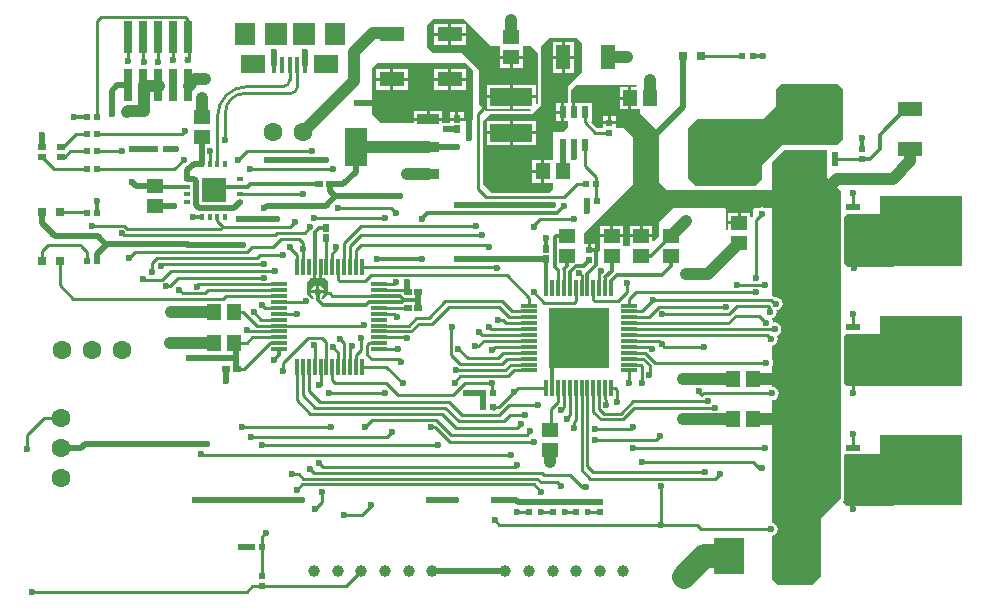
<source format=gtl>
G04 Layer_Physical_Order=1*
G04 Layer_Color=255*
%FSLAX25Y25*%
%MOIN*%
G70*
G01*
G75*
%ADD10C,0.01000*%
%ADD11R,0.02362X0.02165*%
%ADD12R,0.02402X0.05000*%
%ADD13R,0.15394X0.15000*%
%ADD14R,0.04724X0.05512*%
%ADD15R,0.05512X0.04724*%
%ADD16R,0.27559X0.23622*%
%ADD17R,0.02441X0.02598*%
%ADD18R,0.02598X0.02441*%
%ADD19R,0.08465X0.05000*%
%ADD20R,0.07283X0.03543*%
%ADD21R,0.07283X0.12598*%
%ADD22R,0.14173X0.05905*%
%ADD23R,0.05000X0.08465*%
%ADD24R,0.01575X0.05315*%
%ADD25R,0.01575X0.05335*%
%ADD26R,0.08268X0.06299*%
%ADD27R,0.07087X0.07480*%
%ADD28R,0.07480X0.07480*%
%ADD29R,0.02165X0.02362*%
%ADD30R,0.02362X0.03937*%
%ADD31R,0.03150X0.02165*%
%ADD32R,0.01968X0.01181*%
%ADD33R,0.01181X0.01968*%
%ADD34R,0.08268X0.08268*%
%ADD35R,0.03150X0.03150*%
%ADD36R,0.01181X0.05709*%
%ADD37R,0.05709X0.01181*%
%ADD38R,0.09842X0.12402*%
%ADD39R,0.20354X0.20354*%
%ADD40R,0.05000X0.02402*%
%ADD41R,0.15000X0.15394*%
%ADD42R,0.03000X0.11000*%
%ADD43C,0.01181*%
%ADD44C,0.03937*%
%ADD45C,0.01968*%
%ADD46C,0.07874*%
%ADD47C,0.06299*%
%ADD48C,0.03937*%
%ADD49C,0.02362*%
%ADD50C,0.01968*%
%ADD51C,0.02756*%
G36*
X597244Y468898D02*
Y459055D01*
X592520Y454331D01*
Y448638D01*
X591248D01*
Y445669D01*
Y442701D01*
X592520D01*
Y440551D01*
X590945Y438976D01*
X587402D01*
Y429740D01*
X584555D01*
Y425984D01*
Y422228D01*
X587402D01*
Y420079D01*
X586221Y418898D01*
X567199Y418898D01*
X564173Y421481D01*
X564173Y442913D01*
X566535Y445276D01*
X580709D01*
X583465Y448032D01*
X583465Y467717D01*
X586221Y470472D01*
X595669Y470472D01*
X597244Y468898D01*
D02*
G37*
G36*
X703268Y410118D02*
X703268Y396339D01*
X701221Y394291D01*
X685669Y394291D01*
X684484Y395477D01*
Y410705D01*
X685512Y411732D01*
X701653Y411732D01*
X703268Y410118D01*
D02*
G37*
G36*
X684252Y453181D02*
X684252Y436614D01*
X682283Y434646D01*
X663779D01*
X657087Y427953D01*
X657087Y423622D01*
X654724Y421260D01*
X635039Y421260D01*
X632677Y423622D01*
Y440551D01*
X635433Y443307D01*
X657480D01*
X661909Y447736D01*
X661909Y453559D01*
X663386Y455035D01*
X682398Y455035D01*
X684252Y453181D01*
D02*
G37*
G36*
X561024Y459842D02*
Y443307D01*
X560532Y442815D01*
X557732D01*
Y442965D01*
X555512D01*
X553291D01*
Y442126D01*
X552303D01*
X551811Y442224D01*
X551319Y442126D01*
X550606D01*
Y442807D01*
X545965D01*
X541323D01*
Y442126D01*
X530315D01*
X527165Y445276D01*
X527165Y460630D01*
X528740Y462205D01*
X558661Y462205D01*
X561024Y459842D01*
D02*
G37*
G36*
X557874Y476772D02*
X560236Y474409D01*
X566929Y467717D01*
X569866D01*
Y464476D01*
X577378D01*
Y467216D01*
X577597Y467717D01*
X580315D01*
X582445Y465587D01*
X582445Y448558D01*
X582209Y448372D01*
X581709Y448597D01*
Y450382D01*
X574122D01*
Y446929D01*
X579825D01*
X580083Y446429D01*
X579988Y446295D01*
X566535D01*
X566145Y446218D01*
X565914Y446063D01*
X565122D01*
X562992Y448193D01*
X562992Y459449D01*
X557087Y465354D01*
X547441Y465354D01*
X545394Y467402D01*
X545394Y474724D01*
X547441Y476772D01*
X557874Y476772D01*
D02*
G37*
G36*
X510417Y390339D02*
X511417D01*
X512644Y389112D01*
Y385085D01*
X511024Y383465D01*
X510346D01*
X510194Y383965D01*
X510628Y384254D01*
X511110Y384976D01*
X511179Y385327D01*
X506931D01*
X507001Y384976D01*
X507483Y384254D01*
X507916Y383965D01*
X507764Y383465D01*
X507236D01*
X507173Y383528D01*
X506691Y384250D01*
X505969Y384732D01*
X505800Y384901D01*
X505512D01*
X505512Y388976D01*
X506693Y390158D01*
Y390339D01*
X507693D01*
Y394193D01*
X508571D01*
Y390339D01*
X509539D01*
Y394193D01*
X510417D01*
Y390339D01*
D02*
G37*
G36*
X702926Y330394D02*
X702926Y316614D01*
X700879Y314567D01*
X685328Y314567D01*
X684224Y315671D01*
X684186Y316208D01*
X684407Y316539D01*
X684484Y316929D01*
Y331322D01*
X684820Y331658D01*
X691059D01*
Y331693D01*
X701627Y331693D01*
X702926Y330394D01*
D02*
G37*
G36*
X703150Y370276D02*
X703150Y356496D01*
X701102Y354449D01*
X685551Y354449D01*
X684484Y355516D01*
Y370980D01*
X685394Y371890D01*
X701535Y371890D01*
X703150Y370276D01*
D02*
G37*
G36*
X615416Y454650D02*
X615149Y454150D01*
X613689D01*
Y450394D01*
Y446638D01*
X616535D01*
Y445276D01*
X622835Y438976D01*
Y422441D01*
X625591Y419685D01*
X660630Y419685D01*
Y429134D01*
X662634Y431138D01*
X664567Y433071D01*
X678740Y433071D01*
X678740Y424016D01*
X683465Y419291D01*
Y410705D01*
Y395477D01*
Y370980D01*
Y355516D01*
Y331322D01*
X683465Y331322D01*
X683465D01*
Y317030D01*
X683446Y316937D01*
X683393Y316858D01*
X677953Y311417D01*
X676772Y310236D01*
X676772Y290945D01*
X674016Y288189D01*
X662598D01*
X660630Y290158D01*
Y304547D01*
X661087Y304638D01*
X661809Y305120D01*
X662291Y305842D01*
X662460Y306693D01*
X662291Y307544D01*
X661809Y308265D01*
X661087Y308748D01*
X660630Y308838D01*
Y349745D01*
X661481Y349914D01*
X662202Y350396D01*
X662684Y351117D01*
X662854Y351969D01*
X662684Y352819D01*
X662202Y353541D01*
X661481Y354023D01*
X660630Y354192D01*
Y361225D01*
X660716Y361354D01*
X660885Y362205D01*
X660716Y363056D01*
X660630Y363184D01*
Y367933D01*
X661087Y368024D01*
X661809Y368506D01*
X662291Y369228D01*
X662460Y370079D01*
X662303Y370868D01*
X662297Y370949D01*
X662496Y371523D01*
X662990Y371853D01*
X663472Y372574D01*
X663641Y373425D01*
X663472Y374276D01*
X662990Y374998D01*
X662268Y375480D01*
X661417Y375649D01*
X660925Y375551D01*
X660885Y375591D01*
X660716Y376442D01*
X660630Y376570D01*
Y377067D01*
X660694Y377079D01*
X661415Y377561D01*
X661897Y378283D01*
X662066Y379134D01*
X661955Y379695D01*
X662662Y379835D01*
X663383Y380317D01*
X663866Y381039D01*
X664035Y381890D01*
X663866Y382741D01*
X663383Y383462D01*
X662662Y383944D01*
X661811Y384114D01*
X661432Y384038D01*
X661318Y384152D01*
X660821Y384484D01*
X660630Y384522D01*
Y413779D01*
X658066D01*
X657938Y413866D01*
X657087Y414035D01*
X656236Y413866D01*
X656107Y413779D01*
X654724D01*
X654331Y413386D01*
Y411218D01*
X654037Y410924D01*
X653862Y410663D01*
X653362Y410815D01*
Y412220D01*
X650106D01*
Y408858D01*
X649606D01*
Y408358D01*
X645850D01*
Y406584D01*
X645374Y406373D01*
X645079Y406606D01*
Y413386D01*
X644685Y413779D01*
X627559Y413779D01*
X622835Y409055D01*
Y404331D01*
X621147Y402643D01*
X620685Y402834D01*
Y404028D01*
X616929D01*
X613173D01*
Y401181D01*
X610843D01*
Y404028D01*
X607087D01*
X603331D01*
Y401165D01*
Y399787D01*
X602151Y398608D01*
X601689Y398799D01*
Y399205D01*
X599606D01*
Y399705D01*
X599106D01*
Y401886D01*
X597835D01*
Y405315D01*
X614173Y421654D01*
Y437402D01*
X611024Y440551D01*
X608382D01*
Y441724D01*
X606299D01*
X604217D01*
Y440551D01*
X602163D01*
X600293Y442421D01*
X600410Y442701D01*
X600410D01*
Y448638D01*
X594988D01*
Y445669D01*
X593988D01*
Y448638D01*
X593539D01*
Y452988D01*
X595276Y454724D01*
X615366D01*
X615416Y454650D01*
D02*
G37*
%LPC*%
G36*
X573122Y442835D02*
X565535D01*
Y439382D01*
X573122D01*
Y442835D01*
D02*
G37*
G36*
Y438382D02*
X565535D01*
Y434929D01*
X573122D01*
Y438382D01*
D02*
G37*
G36*
X581709D02*
X574122D01*
Y434929D01*
X581709D01*
Y438382D01*
D02*
G37*
G36*
Y442835D02*
X574122D01*
Y439382D01*
X581709D01*
Y442835D01*
D02*
G37*
G36*
X590248Y445169D02*
X588567D01*
Y442701D01*
X590248D01*
Y445169D01*
D02*
G37*
G36*
X583555Y425484D02*
X580693D01*
Y422228D01*
X583555D01*
Y425484D01*
D02*
G37*
G36*
Y429740D02*
X580693D01*
Y426484D01*
X583555D01*
Y429740D01*
D02*
G37*
G36*
X590445Y463567D02*
X587445D01*
Y458835D01*
X590445D01*
Y463567D01*
D02*
G37*
G36*
X594445D02*
X591445D01*
Y458835D01*
X594445D01*
Y463567D01*
D02*
G37*
G36*
X590445Y469299D02*
X587445D01*
Y464567D01*
X590445D01*
Y469299D01*
D02*
G37*
G36*
X594445D02*
X591445D01*
Y464567D01*
X594445D01*
Y469299D01*
D02*
G37*
G36*
X590248Y448638D02*
X588567D01*
Y446169D01*
X590248D01*
Y448638D01*
D02*
G37*
G36*
X545465Y446079D02*
X541323D01*
Y443807D01*
X545465D01*
Y446079D01*
D02*
G37*
G36*
X550606D02*
X546465D01*
Y443807D01*
X550606D01*
Y446079D01*
D02*
G37*
G36*
X539090Y460193D02*
X534358D01*
Y457193D01*
X539090D01*
Y460193D01*
D02*
G37*
G36*
X552650D02*
X547917D01*
Y457193D01*
X552650D01*
Y460193D01*
D02*
G37*
G36*
X558382D02*
X553650D01*
Y457193D01*
X558382D01*
Y460193D01*
D02*
G37*
G36*
X555012Y445764D02*
X553291D01*
Y443964D01*
X555012D01*
Y445764D01*
D02*
G37*
G36*
X557732D02*
X556012D01*
Y443964D01*
X557732D01*
Y445764D01*
D02*
G37*
G36*
X552650Y456193D02*
X547917D01*
Y453193D01*
X552650D01*
Y456193D01*
D02*
G37*
G36*
X558382D02*
X553650D01*
Y453193D01*
X558382D01*
Y456193D01*
D02*
G37*
G36*
X533358Y460193D02*
X528626D01*
Y457193D01*
X533358D01*
Y460193D01*
D02*
G37*
G36*
Y456193D02*
X528626D01*
Y453193D01*
X533358D01*
Y456193D01*
D02*
G37*
G36*
X539090D02*
X534358D01*
Y453193D01*
X539090D01*
Y456193D01*
D02*
G37*
G36*
X573122Y463476D02*
X569866D01*
Y460614D01*
X573122D01*
Y463476D01*
D02*
G37*
G36*
X577378D02*
X574122D01*
Y460614D01*
X577378D01*
Y463476D01*
D02*
G37*
G36*
X558382Y471153D02*
X553650D01*
Y468153D01*
X558382D01*
Y471153D01*
D02*
G37*
G36*
X552650Y475153D02*
X547917D01*
Y472154D01*
X552650D01*
Y475153D01*
D02*
G37*
G36*
X558382D02*
X553650D01*
Y472154D01*
X558382D01*
Y475153D01*
D02*
G37*
G36*
X552650Y471153D02*
X547917D01*
Y468153D01*
X552650D01*
Y471153D01*
D02*
G37*
G36*
X573122Y450382D02*
X565535D01*
Y446929D01*
X573122D01*
Y450382D01*
D02*
G37*
G36*
Y454835D02*
X565535D01*
Y451382D01*
X573122D01*
Y454835D01*
D02*
G37*
G36*
X581709D02*
X574122D01*
Y451382D01*
X581709D01*
Y454835D01*
D02*
G37*
G36*
X509555Y387951D02*
Y386327D01*
X511179D01*
X511110Y386678D01*
X510628Y387399D01*
X509906Y387881D01*
X509555Y387951D01*
D02*
G37*
G36*
X508555D02*
X508204Y387881D01*
X507483Y387399D01*
X507001Y386678D01*
X506931Y386327D01*
X508555D01*
Y387951D01*
D02*
G37*
G36*
X605799Y444406D02*
X604217D01*
Y442724D01*
X605799D01*
Y444406D01*
D02*
G37*
G36*
X608382D02*
X606799D01*
Y442724D01*
X608382D01*
Y444406D01*
D02*
G37*
G36*
X616429Y407890D02*
X613173D01*
Y405028D01*
X616429D01*
Y407890D01*
D02*
G37*
G36*
X610843D02*
X607587D01*
Y405028D01*
X610843D01*
Y407890D01*
D02*
G37*
G36*
X606587D02*
X603331D01*
Y405028D01*
X606587D01*
Y407890D01*
D02*
G37*
G36*
X601689Y401886D02*
X600106D01*
Y400205D01*
X601689D01*
Y401886D01*
D02*
G37*
G36*
X620685Y407890D02*
X617429D01*
Y405028D01*
X620685D01*
Y407890D01*
D02*
G37*
G36*
X649106Y412220D02*
X645850D01*
Y409358D01*
X649106D01*
Y412220D01*
D02*
G37*
G36*
X612689Y449894D02*
X609827D01*
Y446638D01*
X612689D01*
Y449894D01*
D02*
G37*
G36*
Y454150D02*
X609827D01*
Y450894D01*
X612689D01*
Y454150D01*
D02*
G37*
%LPD*%
D10*
X484646Y451968D02*
G03*
X478346Y445669I0J-6299D01*
G01*
X500000Y451968D02*
G03*
X502362Y454331I0J2362D01*
G01*
X485689Y454331D02*
G03*
X475689Y444331I0J-10000D01*
G01*
X497638Y454331D02*
G03*
X499803Y456496I0J2165D01*
G01*
X473130Y428543D02*
G03*
X473228Y428642I0J98D01*
G01*
X489764Y398031D02*
X497638D01*
X478346Y436614D02*
Y445669D01*
X484646Y451968D02*
X500000D01*
X475689Y428543D02*
Y444331D01*
X485689Y454331D02*
X497638D01*
X654331Y329134D02*
X656693Y326772D01*
X637038Y351575D02*
X637432Y351969D01*
X622717Y369488D02*
X624646Y367559D01*
X635770Y352843D02*
X637038Y351575D01*
X637432Y351969D02*
X660630D01*
X660236Y383071D02*
X661811Y381496D01*
Y381890D01*
X686457Y374173D02*
X687402Y375118D01*
X620039Y367520D02*
X620748Y366811D01*
X659842Y379134D02*
Y380315D01*
X659055Y381102D02*
X659842Y380315D01*
X656299Y377953D02*
X658661Y375590D01*
X648425Y377953D02*
X656299D01*
X620827Y383071D02*
X660236D01*
X648819Y388189D02*
X658268D01*
X648819Y388189D02*
X648819Y388189D01*
X655118Y390551D02*
Y409842D01*
X657087Y411811D01*
X615197Y385827D02*
X655118D01*
X466142Y464173D02*
Y470866D01*
X464961Y462992D02*
X466142Y464173D01*
X466024Y470709D02*
Y476496D01*
X464961Y477559D02*
X466024Y476496D01*
X437008Y477559D02*
X464961D01*
X435532Y476083D02*
X437008Y477559D01*
X435532Y444095D02*
Y476083D01*
X556693Y361811D02*
X570472D01*
X553543Y364961D02*
X556693Y361811D01*
X553543Y364961D02*
Y373622D01*
X553937Y374016D01*
X648819Y381102D02*
X659055D01*
X646063Y378346D02*
X648819Y381102D01*
X570472Y361811D02*
X572244Y363583D01*
X573228Y344882D02*
X578346D01*
X571063Y342717D02*
X573228Y344882D01*
X556102Y342717D02*
X571063D01*
X575591Y340551D02*
X576772Y341732D01*
X555118Y340551D02*
X575591D01*
X550394Y345276D02*
X555118Y340551D01*
X551575Y347244D02*
X556102Y342717D01*
X578740Y338189D02*
X579921Y339370D01*
X553543Y338189D02*
X578740D01*
X548661Y343071D02*
X553543Y338189D01*
X567323Y351969D02*
Y355512D01*
X554331Y351575D02*
X558268Y355512D01*
X535827Y351575D02*
X554331D01*
X531890Y355512D02*
X535827Y351575D01*
X536221Y363386D02*
X537008Y362598D01*
X527165Y363386D02*
X536221D01*
X525591Y364961D02*
X527165Y363386D01*
X525591Y368110D02*
X526181Y368701D01*
X525591Y364961D02*
Y368110D01*
X523622Y366535D02*
Y370472D01*
X521850Y364764D02*
X523622Y366535D01*
X570669Y382677D02*
X574016Y379331D01*
X551575Y382677D02*
X570669D01*
X546063Y377165D02*
X551575Y382677D01*
X569488Y380709D02*
X572835Y377362D01*
X552756Y380709D02*
X569488D01*
X547276Y375229D02*
X552756Y380709D01*
X542945Y375229D02*
X547276D01*
X513976Y384449D02*
X529626D01*
X513098Y385327D02*
X513976Y384449D01*
X511179Y385327D02*
X513098D01*
X529626Y380512D02*
X539213D01*
X568898Y394193D02*
X569390Y393701D01*
X569567Y347520D02*
X575886Y353839D01*
X567421Y346850D02*
X568091Y347520D01*
X450787Y389764D02*
X457087D01*
X515354Y400000D02*
Y400787D01*
X513976Y398622D02*
X515354Y400000D01*
X457677Y395276D02*
X491339D01*
X456890Y394488D02*
X457677Y395276D01*
X455512Y397244D02*
X488976D01*
X453898Y395630D02*
X455512Y397244D01*
X494882Y404724D02*
X495669Y405512D01*
X444488Y404724D02*
X494882D01*
X443701Y405512D02*
X444488Y404724D01*
X476659Y406693D02*
X477447Y407480D01*
X445650Y406693D02*
X476659D01*
X444469Y407874D02*
X445650Y406693D01*
X504724Y405512D02*
X506693Y407480D01*
X495669Y405512D02*
X504724D01*
X477447Y407480D02*
X477503Y407536D01*
X475689Y409350D02*
X477503Y407536D01*
X475689Y409350D02*
Y410827D01*
X499836Y407480D02*
X501575Y409219D01*
X477447Y407480D02*
X499836D01*
X482677Y429921D02*
X485433Y432677D01*
X507087D01*
X533465Y413779D02*
X535039Y412205D01*
X515748Y413779D02*
X533465D01*
X507874Y410630D02*
X531496D01*
X534449Y378543D02*
X535433Y377559D01*
X529626Y378543D02*
X534449D01*
Y388386D02*
X535039Y388976D01*
X529626Y388386D02*
X534449D01*
X513976Y394193D02*
Y398622D01*
X417323Y430709D02*
X421260Y426772D01*
X432185D01*
X430315Y401181D02*
X432283Y399213D01*
X430315Y401181D02*
Y401575D01*
X419291D02*
X430315D01*
X431988Y412402D02*
X432185Y412205D01*
X423032Y412402D02*
X431988D01*
X524803Y389370D02*
X526772Y391339D01*
X572047D01*
X516535Y389370D02*
X524803D01*
X515945Y389961D02*
X516535Y389370D01*
X485520Y368898D02*
X487291Y370669D01*
X481299Y368898D02*
X485520D01*
X523819Y394193D02*
X568405D01*
X493110Y368701D02*
X496358D01*
X484646Y360236D02*
X493110Y368701D01*
X482047Y360236D02*
X484646D01*
X529626Y386417D02*
X538976D01*
X572047Y391339D02*
X579429Y383957D01*
X681410Y430035D02*
X690732D01*
X690846Y429921D01*
X637008Y306693D02*
X660236D01*
X564173Y446846D02*
Y448819D01*
X562598Y445272D02*
X564173Y446846D01*
X562598Y420079D02*
Y445272D01*
X591339Y417323D02*
X595669Y421654D01*
X565354Y417323D02*
X591339D01*
X562598Y420079D02*
X565354Y417323D01*
X595669Y421654D02*
X598622D01*
X598228Y427756D02*
X601968Y424016D01*
Y421654D02*
Y424016D01*
Y416240D02*
X602067Y416142D01*
X601968Y416240D02*
Y421654D01*
X687559Y414055D02*
Y418898D01*
X462992Y386614D02*
X464173Y385433D01*
X471654D01*
X472638Y386417D01*
X496358D01*
X477658Y383465D02*
X478642Y384449D01*
X427559Y383465D02*
X477658D01*
X423032Y387992D02*
X427559Y383465D01*
X504134Y394193D02*
Y400197D01*
X500000Y400394D02*
Y400787D01*
Y400394D02*
X502165Y398228D01*
X453898Y392520D02*
Y395630D01*
X459842Y387795D02*
X462598Y390551D01*
X458661Y387795D02*
X459842D01*
X457087Y389764D02*
X460236Y392913D01*
X450787Y389764D02*
Y390158D01*
X521850Y360925D02*
Y364764D01*
X514173Y367323D02*
X515945Y365551D01*
Y360925D02*
Y365551D01*
X526181Y368701D02*
X529626D01*
X478642Y384449D02*
X496358D01*
X468898Y387598D02*
Y388189D01*
X469095Y388386D01*
X502165Y394193D02*
Y398228D01*
X527047Y343071D02*
X548661D01*
X524882Y340905D02*
X527047Y343071D01*
X490551Y334646D02*
X549213D01*
X490551Y381496D02*
X491535Y380512D01*
X496358D01*
X470472Y331496D02*
X573622D01*
X470079Y331890D02*
X470472Y331496D01*
X469095Y388386D02*
X496358D01*
X532283Y337402D02*
X533858Y338976D01*
X487008Y337402D02*
X532283D01*
X483858Y340945D02*
X513386D01*
X486024Y372638D02*
X496358D01*
X485433Y373228D02*
X486024Y372638D01*
X487795Y379134D02*
X490354Y376575D01*
X496358D01*
X488779Y374606D02*
X496358D01*
X484252Y379134D02*
X488779Y374606D01*
X481299Y379134D02*
X484252D01*
X512008Y394193D02*
Y403780D01*
X513976Y356496D02*
Y360925D01*
Y356496D02*
X514961Y355512D01*
X423032Y387992D02*
Y396063D01*
X483268Y418405D02*
X504232D01*
X579429Y381299D02*
Y383957D01*
X515945Y389961D02*
Y394193D01*
X509842Y349213D02*
X552756D01*
X506102Y352953D02*
X509842Y349213D01*
X506102Y352953D02*
Y360925D01*
X508268Y347244D02*
X551575D01*
X504134Y351378D02*
X508268Y347244D01*
X504134Y351378D02*
Y360925D01*
X506693Y345276D02*
X550394D01*
X502165Y349803D02*
X506693Y345276D01*
X502165Y349803D02*
Y360925D01*
X552756Y349213D02*
X557087Y344882D01*
X591142Y347441D02*
Y353839D01*
X590158Y346457D02*
X591142Y347441D01*
X572835Y348031D02*
X582677D01*
X569685Y344882D02*
X572835Y348031D01*
X557087Y344882D02*
X569685D01*
X595079Y343110D02*
Y353839D01*
X594488Y342520D02*
X595079Y343110D01*
X594488Y340551D02*
Y342520D01*
X593110Y344685D02*
Y353839D01*
X575886D02*
X585236D01*
X568091Y347520D02*
X569567D01*
X586811Y346850D02*
X589173Y349213D01*
Y353839D01*
X572638Y357874D02*
X574409Y359646D01*
X614528Y346969D02*
X641535D01*
X610866Y343307D02*
X614528Y346969D01*
X603504Y343307D02*
X610866D01*
X600984Y345827D02*
X603504Y343307D01*
X600984Y345827D02*
Y353839D01*
X620433Y366811D02*
X620748D01*
X624646Y367559D02*
X637835D01*
X612697Y369488D02*
X622717D01*
X617087Y379331D02*
X620827Y383071D01*
X612697Y379331D02*
X617087D01*
X612697Y383327D02*
X615197Y385827D01*
X612697Y381299D02*
Y383327D01*
X612047Y385669D02*
Y388937D01*
X609055Y382677D02*
X612047Y385669D01*
X601575Y382677D02*
X609055D01*
X612697Y365551D02*
X618307D01*
X621654Y362205D01*
X641575Y323622D02*
X643071Y325118D01*
X599921Y323622D02*
X641575D01*
X597047Y326496D02*
X599921Y323622D01*
X597047Y326496D02*
Y353839D01*
X600748Y325945D02*
X638307D01*
X599016Y327677D02*
Y353839D01*
Y327677D02*
X600748Y325945D01*
X617283Y329055D02*
X654252D01*
X654331Y329134D01*
X602953Y346850D02*
X604528Y345276D01*
X614331Y349370D02*
X639173D01*
X610236Y345276D02*
X614331Y349370D01*
X604528Y345276D02*
X610236D01*
X602953Y346850D02*
Y353839D01*
X608209D02*
X608779Y353268D01*
Y348976D02*
Y353268D01*
X606890Y353839D02*
X608209D01*
X604921Y350079D02*
Y353839D01*
Y350079D02*
X605315Y349685D01*
Y348194D02*
Y349685D01*
X612697Y367520D02*
X620039D01*
X619803Y358386D02*
Y361339D01*
X619567Y358150D02*
X619803Y358386D01*
X617559Y363583D02*
X619803Y361339D01*
X616732Y361614D02*
X617283Y361063D01*
Y355315D02*
Y361063D01*
X612697Y363583D02*
X617559D01*
X621654Y362205D02*
X658661D01*
X656693Y326772D02*
X657087Y327165D01*
X624016Y378346D02*
X646063D01*
X623622Y308268D02*
X635433D01*
X637008Y306693D01*
X614173Y333858D02*
X658268D01*
X600984Y383268D02*
X601575Y382677D01*
X602953Y392323D02*
X603543Y392913D01*
X602953Y387106D02*
Y392323D01*
X604921Y387106D02*
Y390748D01*
X583071Y410236D02*
X594488D01*
X581102Y408268D02*
X583071Y410236D01*
X581102Y407480D02*
Y408268D01*
X584646Y382283D02*
X594488D01*
X595079Y382874D01*
X581102Y385827D02*
X584646Y382283D01*
X426673Y432677D02*
X432185D01*
X424705Y430709D02*
X426673Y432677D01*
X428642Y438583D02*
X432185D01*
X424311Y434252D02*
X428642Y438583D01*
X598228Y442323D02*
X601673Y438878D01*
X606299D01*
X598228Y442323D02*
Y445669D01*
X521850Y394193D02*
Y399803D01*
X523622Y401575D01*
X519882Y394193D02*
Y400984D01*
X517913Y394193D02*
Y402165D01*
X598228Y427756D02*
Y434842D01*
X636811Y464567D02*
X650689D01*
X650689Y464567D01*
X417126Y396063D02*
Y399410D01*
X419291Y401575D01*
X454724Y421063D02*
X454823Y420965D01*
X470472Y437598D02*
X470571Y437500D01*
X487291Y370669D02*
X496358D01*
X523622Y401575D02*
X565354D01*
X566142Y400787D01*
X499803Y456496D02*
Y461417D01*
X502362Y454331D02*
Y461417D01*
X473228Y428642D02*
Y432677D01*
X589173Y387106D02*
Y393134D01*
X591142Y387106D02*
Y393504D01*
X597047Y387106D02*
Y391535D01*
X574409Y359646D02*
X579429D01*
X573425Y361614D02*
X579429D01*
X572244Y363583D02*
X579429D01*
X571654Y359842D02*
X573425Y361614D01*
X570866Y365551D02*
X579429D01*
X569095Y363779D02*
X570866Y365551D01*
X574016Y379331D02*
X579429D01*
X572835Y377362D02*
X579429D01*
X571850Y375394D02*
X579429D01*
X570866Y376378D02*
X571850Y375394D01*
X566732Y373425D02*
X579429D01*
X566142Y374016D02*
X566732Y373425D01*
X563976Y371457D02*
X579429D01*
X569291Y376378D02*
X570866D01*
X568405Y394193D02*
X568898Y393701D01*
X569390D01*
X567323Y366535D02*
X568307Y367520D01*
X579429D01*
X686457Y374173D02*
X687559D01*
X612697Y373425D02*
X661417D01*
X687559Y394398D02*
Y399055D01*
Y394398D02*
X687795Y394161D01*
Y393734D02*
Y394161D01*
X612697Y355610D02*
Y359646D01*
X595079Y382874D02*
Y387106D01*
X600984Y383268D02*
Y387106D01*
X612697Y371457D02*
X658858D01*
X660236Y370079D01*
X687402Y351969D02*
Y359016D01*
X687559Y359173D01*
X612697Y361614D02*
X616732D01*
X686102Y328858D02*
X687559D01*
X687402Y375118D02*
Y378346D01*
X687559Y333858D02*
Y338583D01*
X612697Y375394D02*
X645866D01*
X648425Y377953D01*
X612697Y377362D02*
X619488D01*
X622835Y380709D01*
X645114D01*
X687402Y314173D02*
X687559Y314331D01*
Y318858D01*
X687402Y313386D02*
Y314173D01*
X592126Y343701D02*
X593110Y344685D01*
X592126Y343307D02*
Y343701D01*
X599311Y312500D02*
X603150D01*
X591437D02*
X595276D01*
X583563D02*
X587402D01*
X575689D02*
X579528D01*
X588976Y322441D02*
X590158Y321260D01*
X597244Y320866D02*
X598425D01*
X593307Y324803D02*
X597244Y320866D01*
X500394Y325197D02*
X502756D01*
X496358Y378543D02*
X502165D01*
X502362Y378346D01*
X496358Y382480D02*
X504921D01*
X505118Y382677D01*
X508071Y360925D02*
Y367913D01*
X507874Y368110D02*
X508071Y367913D01*
X510039Y354921D02*
Y360925D01*
X518405Y287697D02*
X523622Y292913D01*
X490551Y287697D02*
X518405D01*
X490551Y291043D02*
Y300787D01*
X509449Y354724D02*
X510039Y354921D01*
X509449Y328740D02*
X511024Y327559D01*
X575000D02*
X575689Y328248D01*
X511024Y327559D02*
X575000D01*
X502756Y325197D02*
X504331Y323622D01*
X583465Y322441D02*
X588976D01*
X504331Y323622D02*
X582283D01*
X583465Y322441D01*
X584646Y324803D02*
X593307D01*
X583858Y325590D02*
X584646Y324803D01*
X507874Y325590D02*
X583858D01*
X506693Y326772D02*
X507874Y325590D01*
X502165Y319882D02*
X503937Y321654D01*
X581102D01*
X583563Y319193D01*
X508268Y313386D02*
X510630Y315748D01*
Y319291D01*
X435532Y426772D02*
X461221D01*
X464370Y429921D01*
X435532Y432677D02*
X443701D01*
X435532Y432677D02*
X435532Y432677D01*
X435532Y438583D02*
X463780D01*
X464764Y439567D01*
X486614Y426772D02*
X514173D01*
X490551Y300787D02*
Y304331D01*
X491732Y305512D01*
X512008Y360925D02*
Y369094D01*
X497638Y362205D02*
X505905Y370472D01*
X510630D01*
X512008Y369094D01*
X413779Y285827D02*
X485433D01*
X487303Y287697D01*
X490551D01*
X517913Y360925D02*
Y368701D01*
X516535Y370079D02*
X517913Y368701D01*
X519882Y360925D02*
Y367126D01*
X520472Y367717D01*
X496358Y374606D02*
X524213D01*
X524409Y374803D01*
X497638Y359449D02*
Y362205D01*
X523819Y360925D02*
X531988D01*
X537402Y355512D01*
X517717Y311417D02*
X524016D01*
X526968Y314370D01*
Y314961D01*
X517913Y402165D02*
X523622Y407874D01*
X561811D01*
X519882Y400984D02*
X523622Y404724D01*
X563779D01*
X562992Y372441D02*
X563976Y371457D01*
X564370Y369488D02*
X579429D01*
X562598Y367717D02*
X564370Y369488D01*
X561417Y367717D02*
X562598D01*
X539370Y374606D02*
X541929Y377165D01*
X546063D01*
X529626Y374606D02*
X539370D01*
X529626Y372638D02*
X540354D01*
X542945Y375229D01*
X512992Y351969D02*
X531496D01*
X514961Y355512D02*
X531890D01*
X558268D02*
X567323D01*
X554724D02*
Y355906D01*
X556693Y357874D01*
X572638D01*
X538779Y370669D02*
X538976Y370472D01*
X529626Y370669D02*
X538779D01*
X555905Y366929D02*
X559055Y363779D01*
X569095D01*
X555118Y359842D02*
X571654D01*
X529626Y366732D02*
X535630D01*
X535827Y366929D01*
X546811Y340748D02*
X548228D01*
X553150Y335827D01*
X581102D01*
X568110Y309842D02*
X569685Y308268D01*
X623622D01*
Y321260D01*
X622008Y336614D02*
X623110Y337717D01*
X613819Y340236D02*
X614291Y340709D01*
X601575Y340236D02*
X613819D01*
X601457Y336614D02*
X622008D01*
X635770Y352843D02*
X636221D01*
X460236Y392913D02*
X494882D01*
X462598Y390551D02*
X491339D01*
X432283Y396063D02*
Y399213D01*
X433858Y407874D02*
X444469D01*
X488976Y397244D02*
X489764Y398031D01*
X504134Y400197D02*
Y402165D01*
X502756Y403543D02*
X504134Y402165D01*
X496850Y403543D02*
X502756D01*
X494095Y400787D02*
X496850Y403543D01*
X487201Y400787D02*
X494095D01*
X485626Y399213D02*
X487201Y400787D01*
X448181Y399213D02*
X485626D01*
X446127Y397158D02*
X448181Y399213D01*
X464961Y462992D02*
X465748D01*
X461024D02*
Y470709D01*
X455866Y462598D02*
Y470551D01*
X456024Y470709D01*
X451024Y462756D02*
Y470709D01*
Y462756D02*
X451181Y462598D01*
X446024Y462638D02*
Y470709D01*
X417717Y343701D02*
X423622D01*
X412205Y333465D02*
Y338189D01*
X417717Y343701D01*
X586811Y339961D02*
Y346850D01*
D11*
X455020Y433465D02*
D03*
X458366D02*
D03*
X435532Y432677D02*
D03*
X432185D02*
D03*
X435532Y426772D02*
D03*
X432185D02*
D03*
X598622Y421654D02*
D03*
X601968D02*
D03*
X564075Y351969D02*
D03*
X567421D02*
D03*
X564075Y347441D02*
D03*
X567421D02*
D03*
X435532Y438583D02*
D03*
X432185D02*
D03*
X435532Y412205D02*
D03*
X432185D02*
D03*
X435532Y444095D02*
D03*
X432185D02*
D03*
X654035Y464567D02*
D03*
X650689D02*
D03*
X435532Y396063D02*
D03*
X432185D02*
D03*
X602067Y416142D02*
D03*
X598721D02*
D03*
X490551Y300787D02*
D03*
X487205D02*
D03*
D12*
X666409Y430035D02*
D03*
X681410D02*
D03*
X671410D02*
D03*
X676409D02*
D03*
X666409Y451059D02*
D03*
X681410D02*
D03*
X671410D02*
D03*
X676409D02*
D03*
D13*
X673910Y443035D02*
D03*
D14*
X647598Y356929D02*
D03*
X654291D02*
D03*
X474606Y379134D02*
D03*
X481299D02*
D03*
X584055Y425984D02*
D03*
X590748D02*
D03*
X619882Y450394D02*
D03*
X613189D02*
D03*
X474606Y368898D02*
D03*
X481299D02*
D03*
X647598Y343386D02*
D03*
X654291D02*
D03*
D15*
X616929Y397835D02*
D03*
Y404528D02*
D03*
X586614Y333268D02*
D03*
Y339961D02*
D03*
X626772Y404528D02*
D03*
Y397835D02*
D03*
X607087Y397835D02*
D03*
Y404528D02*
D03*
X573622Y470669D02*
D03*
Y463976D02*
D03*
X454724Y414370D02*
D03*
Y421063D02*
D03*
X470472Y444291D02*
D03*
Y437598D02*
D03*
X592126Y397835D02*
D03*
Y404528D02*
D03*
X649606Y402165D02*
D03*
Y408858D02*
D03*
D16*
X710236Y406055D02*
D03*
Y326378D02*
D03*
Y366173D02*
D03*
D17*
X512008Y407244D02*
D03*
Y403780D02*
D03*
X555512Y443465D02*
D03*
Y440000D02*
D03*
X585039Y396693D02*
D03*
Y400157D02*
D03*
D18*
X542677Y380315D02*
D03*
X539213D02*
D03*
X482047Y360236D02*
D03*
X478583D02*
D03*
X513150Y421654D02*
D03*
X509685D02*
D03*
X539213Y385827D02*
D03*
X542677D02*
D03*
D19*
X533858Y471654D02*
D03*
Y456693D02*
D03*
X553150Y471654D02*
D03*
Y456693D02*
D03*
X706693Y446713D02*
D03*
Y433602D02*
D03*
D20*
X545965Y425197D02*
D03*
Y434252D02*
D03*
Y443307D02*
D03*
D21*
X521752Y434252D02*
D03*
D22*
X573622Y438882D02*
D03*
Y450882D02*
D03*
D23*
X605905Y464067D02*
D03*
X590945D02*
D03*
D24*
X504921Y461417D02*
D03*
X499803D02*
D03*
X494685D02*
D03*
X497244D02*
D03*
D25*
X502362D02*
D03*
D26*
X512008Y461909D02*
D03*
X487598Y461909D02*
D03*
D27*
X514764Y471949D02*
D03*
X484842Y471949D02*
D03*
D28*
X504528Y471949D02*
D03*
X495079D02*
D03*
D29*
X606299Y442224D02*
D03*
Y438878D02*
D03*
X595276Y315846D02*
D03*
Y312500D02*
D03*
X587402Y315846D02*
D03*
Y312500D02*
D03*
X579528Y315846D02*
D03*
Y312500D02*
D03*
X603150Y315846D02*
D03*
Y312500D02*
D03*
X490551Y287697D02*
D03*
Y291043D02*
D03*
X599606Y399705D02*
D03*
Y396358D02*
D03*
X690551Y433563D02*
D03*
Y430217D02*
D03*
D30*
X590748Y445669D02*
D03*
X594488D02*
D03*
X598228D02*
D03*
Y434842D02*
D03*
X594488D02*
D03*
X590748D02*
D03*
D31*
X417323Y434252D02*
D03*
X423622D02*
D03*
X417323Y430709D02*
D03*
X423622D02*
D03*
D32*
X483268Y415846D02*
D03*
Y418405D02*
D03*
Y420965D02*
D03*
Y423524D02*
D03*
X465551D02*
D03*
Y420965D02*
D03*
Y418405D02*
D03*
Y415846D02*
D03*
D33*
X478248Y428543D02*
D03*
X475689D02*
D03*
X473130D02*
D03*
X470571D02*
D03*
Y410827D02*
D03*
X473130D02*
D03*
X475689D02*
D03*
X478248D02*
D03*
D34*
X474409Y419685D02*
D03*
D35*
X423032Y412402D02*
D03*
X417126D02*
D03*
X636811Y464567D02*
D03*
X630905D02*
D03*
X423032Y396063D02*
D03*
X417126D02*
D03*
D36*
X502165Y394193D02*
D03*
X504134D02*
D03*
X506102D02*
D03*
X508071D02*
D03*
X510039D02*
D03*
X512008D02*
D03*
X513976D02*
D03*
X515945D02*
D03*
X517913D02*
D03*
X519882D02*
D03*
X521850D02*
D03*
X523819D02*
D03*
Y360925D02*
D03*
X521850D02*
D03*
X519882D02*
D03*
X517913D02*
D03*
X515945D02*
D03*
X513976D02*
D03*
X512008D02*
D03*
X510039D02*
D03*
X508071D02*
D03*
X506102D02*
D03*
X504134D02*
D03*
X502165D02*
D03*
X585236Y353839D02*
D03*
X587205D02*
D03*
X589173D02*
D03*
X591142D02*
D03*
X593110D02*
D03*
X595079D02*
D03*
X597047D02*
D03*
X599016D02*
D03*
X600984D02*
D03*
X602953D02*
D03*
X604921D02*
D03*
X606890D02*
D03*
Y387106D02*
D03*
X604921D02*
D03*
X602953D02*
D03*
X600984D02*
D03*
X599016D02*
D03*
X597047D02*
D03*
X595079D02*
D03*
X593110D02*
D03*
X591142D02*
D03*
X589173D02*
D03*
X587205D02*
D03*
X585236D02*
D03*
D37*
X529626Y388386D02*
D03*
Y386417D02*
D03*
Y384449D02*
D03*
Y382480D02*
D03*
Y380512D02*
D03*
Y378543D02*
D03*
Y376575D02*
D03*
Y374606D02*
D03*
Y372638D02*
D03*
Y370669D02*
D03*
Y368701D02*
D03*
Y366732D02*
D03*
X496358D02*
D03*
Y368701D02*
D03*
Y370669D02*
D03*
Y372638D02*
D03*
Y374606D02*
D03*
Y376575D02*
D03*
Y378543D02*
D03*
Y380512D02*
D03*
Y382480D02*
D03*
Y384449D02*
D03*
Y386417D02*
D03*
Y388386D02*
D03*
X579429Y381299D02*
D03*
Y379331D02*
D03*
Y377362D02*
D03*
Y375394D02*
D03*
Y373425D02*
D03*
Y371457D02*
D03*
Y369488D02*
D03*
Y367520D02*
D03*
Y365551D02*
D03*
Y363583D02*
D03*
Y361614D02*
D03*
Y359646D02*
D03*
X612697D02*
D03*
Y361614D02*
D03*
Y363583D02*
D03*
Y365551D02*
D03*
Y367520D02*
D03*
Y369488D02*
D03*
Y371457D02*
D03*
Y373425D02*
D03*
Y375394D02*
D03*
Y377362D02*
D03*
Y379331D02*
D03*
Y381299D02*
D03*
D38*
X646063Y297638D02*
D03*
X668110D02*
D03*
D39*
X596063Y370472D02*
D03*
D40*
X687559Y318858D02*
D03*
Y333858D02*
D03*
Y323858D02*
D03*
Y328858D02*
D03*
X666536Y318858D02*
D03*
Y333858D02*
D03*
Y323858D02*
D03*
Y328858D02*
D03*
X687559Y399055D02*
D03*
Y414055D02*
D03*
Y404055D02*
D03*
Y409055D02*
D03*
X666536Y399055D02*
D03*
Y414055D02*
D03*
Y404055D02*
D03*
Y409055D02*
D03*
X687559Y359173D02*
D03*
Y374173D02*
D03*
Y364173D02*
D03*
Y369173D02*
D03*
X666536Y359173D02*
D03*
Y374173D02*
D03*
Y364173D02*
D03*
Y369173D02*
D03*
D41*
X674559Y326358D02*
D03*
Y406555D02*
D03*
Y366673D02*
D03*
D42*
X446024Y454724D02*
D03*
X451024D02*
D03*
X456024D02*
D03*
X461024D02*
D03*
X466024D02*
D03*
Y470709D02*
D03*
X461024D02*
D03*
X456024D02*
D03*
X451024D02*
D03*
X446024D02*
D03*
D43*
X475689Y420965D02*
X483268D01*
X526181Y382480D02*
X529626D01*
X525197Y381496D02*
X526181Y382480D01*
X510761Y381496D02*
X525197D01*
X509055Y383202D02*
Y385827D01*
Y383202D02*
X510761Y381496D01*
X585236Y387106D02*
Y396496D01*
X704980Y446713D02*
X706693D01*
X696457Y438189D02*
X704980Y446713D01*
X696457Y433465D02*
Y438189D01*
X693209Y430217D02*
X696457Y433465D01*
X690551Y430217D02*
X693209D01*
X626772Y394402D02*
Y397835D01*
X623945Y391575D02*
X626772Y394402D01*
X608976Y391575D02*
X623945D01*
X606890Y389488D02*
X608976Y391575D01*
X606890Y387106D02*
Y389488D01*
X607087Y392913D02*
Y397835D01*
X604921Y390748D02*
X607087Y392913D01*
X454823Y420965D02*
X465551D01*
X588126Y394181D02*
X589173Y393134D01*
X588126Y394181D02*
Y404071D01*
X588583Y404528D01*
X592126D01*
X597736Y394488D02*
X599606Y396358D01*
X599016Y387106D02*
Y391929D01*
X601870Y394783D01*
Y399508D01*
X601673Y399705D02*
X601870Y399508D01*
X599606Y399705D02*
X601673D01*
X593110Y387106D02*
Y392520D01*
X595079Y394488D01*
X597736D01*
X591142Y393504D02*
X592126Y394488D01*
Y397835D01*
X528740Y396850D02*
X543701D01*
X588976Y412205D02*
X591339Y414567D01*
X545669Y412205D02*
X588976D01*
X543701Y410236D02*
X545669Y412205D01*
X494685Y363189D02*
X496358Y364862D01*
Y366732D01*
X435532Y412205D02*
Y416142D01*
X537795Y383071D02*
X542677D01*
X529626Y382480D02*
X537205D01*
X537795Y383071D01*
X587205Y353839D02*
Y361614D01*
X587402Y361811D01*
X591732Y366142D01*
X596063Y370472D01*
X536417Y384449D02*
X537795Y383071D01*
X529626Y384449D02*
X536417D01*
X509606Y407244D02*
X512008D01*
X508071Y405709D02*
X509606Y407244D01*
X508071Y394193D02*
Y405709D01*
X486614Y421654D02*
X509685D01*
X485925Y420965D02*
X486614Y421654D01*
X483268Y420965D02*
X485925D01*
X474409Y419685D02*
X475689Y420965D01*
X467520Y410827D02*
X470571D01*
X690551Y433563D02*
Y437008D01*
X654035Y464567D02*
X657480D01*
X616929Y397835D02*
X620079D01*
X626772Y404528D01*
X585039Y400157D02*
Y403937D01*
X427981Y444052D02*
X432115D01*
D44*
X466142Y454488D02*
X468347Y456693D01*
X451299Y454331D02*
Y454882D01*
Y454331D02*
X456299D01*
X521752Y434252D02*
X545965D01*
X700787Y423622D02*
X706693Y429528D01*
X682283Y423622D02*
X700787D01*
X706693Y429528D02*
Y433602D01*
X654291Y343386D02*
X663465D01*
X654291Y356929D02*
X662441D01*
X504095Y438976D02*
X521260Y456142D01*
Y465748D01*
X586614Y329134D02*
Y333268D01*
X674559Y415898D02*
X682283Y423622D01*
X674559Y406555D02*
Y415898D01*
X459842Y368898D02*
X474606D01*
X460236Y379134D02*
X474606D01*
X470472Y444291D02*
Y450394D01*
X630866Y356929D02*
X647598D01*
X630866Y343386D02*
X647598D01*
X639173Y391732D02*
X649606Y402165D01*
X631890Y391732D02*
X639173D01*
X521260Y465748D02*
X527559Y472047D01*
X533858D01*
X619882Y450394D02*
Y456496D01*
X605905Y464067D02*
X612295D01*
X573622Y470669D02*
Y476378D01*
X538976Y425197D02*
X545965D01*
X626772Y404528D02*
X631791Y409547D01*
X468347Y456693D02*
X471654D01*
X451299Y446181D02*
Y454331D01*
X445787Y446181D02*
X451299D01*
X445394Y445787D02*
X445787Y446181D01*
D45*
X422441Y335039D02*
X423622D01*
X440394Y445039D02*
Y452756D01*
X442362Y454724D02*
X446024D01*
X440394Y452756D02*
X442362Y454724D01*
X447244Y422441D02*
X448622Y421063D01*
X447244Y433465D02*
X455020D01*
X564075Y347441D02*
Y351969D01*
X440394Y401732D02*
X465984D01*
X466142Y401575D01*
X438740Y401732D02*
X440394D01*
X438583Y401575D02*
X438740Y401732D01*
X435532Y396063D02*
Y398524D01*
X438583Y401575D01*
X417323Y434252D02*
Y438189D01*
X630905Y447441D02*
Y464567D01*
X621260Y437795D02*
X630905Y447441D01*
X466142Y363779D02*
X481890D01*
X481201Y413779D02*
X483268Y415846D01*
X469685Y413779D02*
X481201D01*
X468504Y414961D02*
X469685Y413779D01*
X468504Y414961D02*
Y422835D01*
X467815Y423524D02*
X468504Y422835D01*
X465551Y423524D02*
X467815D01*
X465551D02*
Y426378D01*
X467717Y428543D01*
X470571D01*
X538976Y386417D02*
Y388976D01*
X481890Y360394D02*
X482047Y360236D01*
X481890Y360394D02*
Y363779D01*
X481299Y368898D02*
X481890Y368307D01*
Y363779D02*
Y368307D01*
X417126Y408858D02*
Y412402D01*
Y408858D02*
X420866Y405118D01*
X491339Y413779D02*
X492126Y414567D01*
X511811D01*
X514961Y417717D01*
X538976Y385984D02*
Y386417D01*
X514961Y417717D02*
X536614D01*
X513150Y419528D02*
X514961Y417717D01*
X513150Y419528D02*
Y421654D01*
X585039Y396693D02*
X585236Y396496D01*
X584882Y396850D02*
X585039Y396693D01*
X555512Y396850D02*
X584882D01*
X545965Y434252D02*
X555512D01*
X470571Y428543D02*
Y437500D01*
X545965Y443307D02*
X546122Y443465D01*
X521752Y425886D02*
Y434252D01*
X517520Y421654D02*
X521752Y425886D01*
X513150Y421654D02*
X517520D01*
X504921Y461417D02*
Y465945D01*
X494685Y461417D02*
Y465748D01*
X590748Y425984D02*
Y434842D01*
X567717Y316535D02*
X575197D01*
X575886Y315846D01*
X579528D01*
X587402D01*
X595276D01*
X603150D01*
X468110Y316535D02*
X503937D01*
X459154Y433465D02*
X461811D01*
X448622Y421063D02*
X454724D01*
X555512Y414961D02*
X587402D01*
X558661Y351969D02*
X564075D01*
X559449Y437008D02*
Y444488D01*
X547244Y292913D02*
X571654D01*
X522047Y448819D02*
X529134D01*
X492126Y429921D02*
X511811D01*
X546063Y316535D02*
X555118D01*
X483465Y300787D02*
X487205D01*
X478583Y356142D02*
Y360236D01*
X542677Y380315D02*
X542677Y380315D01*
X542677Y380315D02*
Y383071D01*
Y385827D01*
X482776Y410236D02*
X495669D01*
X454724Y414370D02*
X461221D01*
X466142Y401575D02*
X484252D01*
X598721Y412697D02*
Y416142D01*
X594488Y434842D02*
X594488Y434842D01*
X594488Y430709D02*
Y434842D01*
X551811Y440000D02*
X555512D01*
X420866Y405118D02*
X421654Y404331D01*
X435827D01*
X438583Y401575D01*
X430158Y333701D02*
X431496Y335039D01*
X423622Y333701D02*
X430158D01*
X431496Y335039D02*
X472047D01*
D46*
X637795Y297638D02*
X646063D01*
X631102Y290945D02*
X637795Y297638D01*
D47*
X423622Y323701D02*
D03*
Y333701D02*
D03*
Y343701D02*
D03*
X504095Y438976D02*
D03*
X494095D02*
D03*
X423858Y366535D02*
D03*
X433858D02*
D03*
X443858D02*
D03*
D48*
X611024Y292913D02*
D03*
X595276D02*
D03*
X587402D02*
D03*
X579528D02*
D03*
X603150D02*
D03*
X571654D02*
D03*
X547244D02*
D03*
X531496D02*
D03*
X523622D02*
D03*
X515748D02*
D03*
X539370D02*
D03*
X507874D02*
D03*
X630815Y290657D02*
D03*
X612295Y464067D02*
D03*
X619882Y456496D02*
D03*
X573622Y476378D02*
D03*
D49*
X660630Y351969D02*
D03*
X661811Y381890D02*
D03*
X659842Y379134D02*
D03*
X658661Y375590D02*
D03*
X658268Y388189D02*
D03*
X655118Y390551D02*
D03*
Y385827D02*
D03*
X553937Y374016D02*
D03*
X515354Y400787D02*
D03*
X497638Y398031D02*
D03*
X456890Y394488D02*
D03*
X447244Y422441D02*
D03*
Y433465D02*
D03*
X482677Y429921D02*
D03*
X514173Y426772D02*
D03*
X507087Y432677D02*
D03*
X507874Y410630D02*
D03*
X515748Y413779D02*
D03*
X535039Y412205D02*
D03*
X531496Y410630D02*
D03*
X535433Y377559D02*
D03*
X535039Y388976D02*
D03*
X440394Y401732D02*
D03*
Y445039D02*
D03*
X417323Y438189D02*
D03*
X468110Y316535D02*
D03*
X466142Y363779D02*
D03*
X420866Y405118D02*
D03*
X466142Y401575D02*
D03*
X491339Y413779D02*
D03*
X538976Y388976D02*
D03*
X536614Y417717D02*
D03*
X555512Y396850D02*
D03*
Y434252D02*
D03*
X620472Y427953D02*
D03*
X660236Y306693D02*
D03*
X700000Y335433D02*
D03*
X704331Y331102D02*
D03*
X721654Y335433D02*
D03*
X704331D02*
D03*
X712992Y331102D02*
D03*
X708661Y335433D02*
D03*
X712992D02*
D03*
X717323D02*
D03*
Y331102D02*
D03*
X708661D02*
D03*
X700000D02*
D03*
X721654D02*
D03*
Y322441D02*
D03*
X717323Y326772D02*
D03*
X712992D02*
D03*
X708661D02*
D03*
X717323Y322441D02*
D03*
X712992D02*
D03*
X708661D02*
D03*
X704331Y326772D02*
D03*
X721654D02*
D03*
X700000Y322441D02*
D03*
X704331D02*
D03*
X700000Y326772D02*
D03*
X704331Y318110D02*
D03*
X700000D02*
D03*
X708661D02*
D03*
X712992D02*
D03*
X717323D02*
D03*
X721654D02*
D03*
X700000Y375197D02*
D03*
X704331Y370866D02*
D03*
X721654Y375197D02*
D03*
X704331D02*
D03*
X712992Y370866D02*
D03*
X708661Y375197D02*
D03*
X712992D02*
D03*
X717323D02*
D03*
Y370866D02*
D03*
X708661D02*
D03*
X700000D02*
D03*
X721654D02*
D03*
Y362205D02*
D03*
X717323Y366535D02*
D03*
X712992D02*
D03*
X708661D02*
D03*
X717323Y362205D02*
D03*
X712992D02*
D03*
X708661D02*
D03*
X704331Y366535D02*
D03*
X721654D02*
D03*
X700000Y362205D02*
D03*
X704331D02*
D03*
X700000Y366535D02*
D03*
X704331Y357874D02*
D03*
X700000D02*
D03*
X708661D02*
D03*
X712992D02*
D03*
X717323D02*
D03*
X721654D02*
D03*
Y397638D02*
D03*
X717323D02*
D03*
X712992D02*
D03*
X708661D02*
D03*
X700000D02*
D03*
X704331D02*
D03*
X700000Y406299D02*
D03*
X704331Y401968D02*
D03*
X700000D02*
D03*
X721654Y406299D02*
D03*
X704331D02*
D03*
X708661Y401968D02*
D03*
X712992D02*
D03*
X717323D02*
D03*
X708661Y406299D02*
D03*
X712992D02*
D03*
X717323D02*
D03*
X721654Y401968D02*
D03*
Y410630D02*
D03*
X700000D02*
D03*
X708661D02*
D03*
X717323D02*
D03*
Y414961D02*
D03*
X712992D02*
D03*
X708661D02*
D03*
X712992Y410630D02*
D03*
X704331Y414961D02*
D03*
X721654D02*
D03*
X704331Y410630D02*
D03*
X700000Y414961D02*
D03*
X687559Y418898D02*
D03*
X462992Y386614D02*
D03*
X504134Y400197D02*
D03*
X500000Y400787D02*
D03*
X453898Y392520D02*
D03*
X458661Y387795D02*
D03*
X450787Y390158D02*
D03*
X514173Y367323D02*
D03*
X468898Y387598D02*
D03*
X549213Y334646D02*
D03*
X490551D02*
D03*
Y381496D02*
D03*
X470079Y331890D02*
D03*
X533858Y338976D02*
D03*
X487008Y337402D02*
D03*
X483858Y340945D02*
D03*
X485433Y373228D02*
D03*
X487795Y379134D02*
D03*
X513386Y340945D02*
D03*
X573622Y331496D02*
D03*
X574409Y352362D02*
D03*
X504232Y418405D02*
D03*
X582677Y348031D02*
D03*
X590158Y346457D02*
D03*
X594488Y340551D02*
D03*
X578346Y344882D02*
D03*
X524882Y340905D02*
D03*
X614291Y340709D02*
D03*
X546811Y340748D02*
D03*
X623110Y337717D02*
D03*
X620433Y366811D02*
D03*
X623819Y368465D02*
D03*
X620827Y383071D02*
D03*
X612047Y388937D02*
D03*
X643071Y325118D02*
D03*
X638307Y325945D02*
D03*
X617283Y329055D02*
D03*
X641535Y346969D02*
D03*
X639173Y349370D02*
D03*
X608779Y348976D02*
D03*
X605315Y348194D02*
D03*
X637835Y367559D02*
D03*
X619567Y358150D02*
D03*
X617283Y355315D02*
D03*
X654724Y424409D02*
D03*
X639961Y439764D02*
D03*
X635039Y439764D02*
D03*
X639961Y424409D02*
D03*
X644882D02*
D03*
X649803D02*
D03*
X635039D02*
D03*
X639961Y428248D02*
D03*
X644882D02*
D03*
X649803D02*
D03*
X635039D02*
D03*
X654724D02*
D03*
X639961Y432087D02*
D03*
X644882D02*
D03*
X649803D02*
D03*
X635039D02*
D03*
X654724D02*
D03*
X639961Y435925D02*
D03*
X644882D02*
D03*
X649803D02*
D03*
X635039D02*
D03*
X654724D02*
D03*
Y439764D02*
D03*
X649803D02*
D03*
X644882D02*
D03*
X623622Y308268D02*
D03*
X658268Y333858D02*
D03*
X603543Y392913D02*
D03*
X594488Y410236D02*
D03*
X581102Y407480D02*
D03*
Y385827D02*
D03*
X566142Y400787D02*
D03*
X504921Y465945D02*
D03*
X494685Y465748D02*
D03*
X478346Y436614D02*
D03*
X473228Y432677D02*
D03*
X596063Y392126D02*
D03*
X566142Y374016D02*
D03*
X569291Y376378D02*
D03*
X568898Y393701D02*
D03*
X567323Y366535D02*
D03*
Y355512D02*
D03*
X661417Y373425D02*
D03*
X612697Y355610D02*
D03*
X614173Y333858D02*
D03*
X687795Y393734D02*
D03*
X687402Y351969D02*
D03*
Y378346D02*
D03*
X687559Y338583D02*
D03*
X658661Y362205D02*
D03*
X660236Y370079D02*
D03*
X657087Y327165D02*
D03*
Y411811D02*
D03*
X648819Y388189D02*
D03*
X645114Y380709D02*
D03*
X624016Y378346D02*
D03*
X687402Y313386D02*
D03*
X592126Y343307D02*
D03*
X599311Y312500D02*
D03*
X591437D02*
D03*
X583563D02*
D03*
X575689D02*
D03*
X567717Y316535D02*
D03*
X598425Y320866D02*
D03*
X583563Y319193D02*
D03*
X590158Y321260D02*
D03*
X509449Y328740D02*
D03*
X502165Y319882D02*
D03*
X500394Y325197D02*
D03*
X502362Y378346D02*
D03*
X505118Y382677D02*
D03*
X507874Y368110D02*
D03*
X509449Y354724D02*
D03*
X575689Y328248D02*
D03*
X506693Y326772D02*
D03*
X503937Y316535D02*
D03*
X508268Y313386D02*
D03*
X510630Y319291D02*
D03*
X512992Y351969D02*
D03*
X461811Y433465D02*
D03*
X464370Y429921D02*
D03*
X443701Y405512D02*
D03*
Y432677D02*
D03*
X464764Y439567D02*
D03*
X486614Y426772D02*
D03*
X491732Y305512D02*
D03*
X412205Y333465D02*
D03*
X413779Y285827D02*
D03*
X591339Y414567D02*
D03*
X516535Y370079D02*
D03*
X520472Y367717D02*
D03*
X523622Y370472D02*
D03*
X543701Y396850D02*
D03*
X528740D02*
D03*
X524409Y374803D02*
D03*
X497638Y359449D02*
D03*
X543701Y410236D02*
D03*
X555512Y414961D02*
D03*
X587402D02*
D03*
X517717Y311417D02*
D03*
X526968Y314961D02*
D03*
X561811Y407874D02*
D03*
X563779Y404724D02*
D03*
X562992Y372441D02*
D03*
X561417Y367717D02*
D03*
X558661Y351969D02*
D03*
X531496D02*
D03*
X537402Y355512D02*
D03*
X554724Y355512D02*
D03*
X538976Y370472D02*
D03*
X535827Y366929D02*
D03*
X555905D02*
D03*
X555118Y359842D02*
D03*
X537008Y362598D02*
D03*
X576772Y341732D02*
D03*
X581102Y335827D02*
D03*
X579921Y339370D02*
D03*
X568110Y309842D02*
D03*
X559449Y437008D02*
D03*
X522047Y448819D02*
D03*
X511811Y429921D02*
D03*
X492126D02*
D03*
X546063Y316535D02*
D03*
X555118D02*
D03*
X623622Y321260D02*
D03*
X601575Y340236D02*
D03*
X601457Y336614D02*
D03*
X586614Y329134D02*
D03*
X483465Y300787D02*
D03*
X460236Y379134D02*
D03*
X459842Y368898D02*
D03*
X478583Y356142D02*
D03*
X494685Y363189D02*
D03*
X509055Y385827D02*
D03*
X435532Y416142D02*
D03*
X445394Y445787D02*
D03*
X470472Y450394D02*
D03*
X636221Y352843D02*
D03*
X630866Y356929D02*
D03*
Y343386D02*
D03*
X631890Y391732D02*
D03*
X506693Y407480D02*
D03*
X495669Y410236D02*
D03*
X482776D02*
D03*
X461221Y414370D02*
D03*
X467520Y410827D02*
D03*
X494882Y392913D02*
D03*
X491339Y390551D02*
D03*
Y395276D02*
D03*
X484252Y401575D02*
D03*
X690551Y437008D02*
D03*
X657480Y464567D02*
D03*
X598721Y412697D02*
D03*
X594488Y430709D02*
D03*
X551811Y440000D02*
D03*
X538976Y425197D02*
D03*
X631791Y409547D02*
D03*
X585039Y403937D02*
D03*
X433858Y407874D02*
D03*
X501575Y409219D02*
D03*
X446127Y397158D02*
D03*
X471654Y456693D02*
D03*
X465748Y462992D02*
D03*
X461024D02*
D03*
X455866Y462598D02*
D03*
X451181Y462598D02*
D03*
X446024Y462638D02*
D03*
X427981Y444052D02*
D03*
X472047Y335039D02*
D03*
D50*
X476575Y417520D02*
D03*
X472244D02*
D03*
X476575Y421850D02*
D03*
X472244D02*
D03*
D51*
X587402Y379134D02*
D03*
X591732D02*
D03*
X596063D02*
D03*
X600394D02*
D03*
X604724D02*
D03*
X587402Y374803D02*
D03*
X591732D02*
D03*
X596063D02*
D03*
X600394D02*
D03*
X604724D02*
D03*
X587402Y370472D02*
D03*
X591732D02*
D03*
X596063D02*
D03*
X600394D02*
D03*
X604724D02*
D03*
X587402Y366142D02*
D03*
X591732D02*
D03*
X596063D02*
D03*
X600394D02*
D03*
X604724D02*
D03*
X587402Y361811D02*
D03*
X591732D02*
D03*
X596063D02*
D03*
X600394D02*
D03*
X604724D02*
D03*
M02*

</source>
